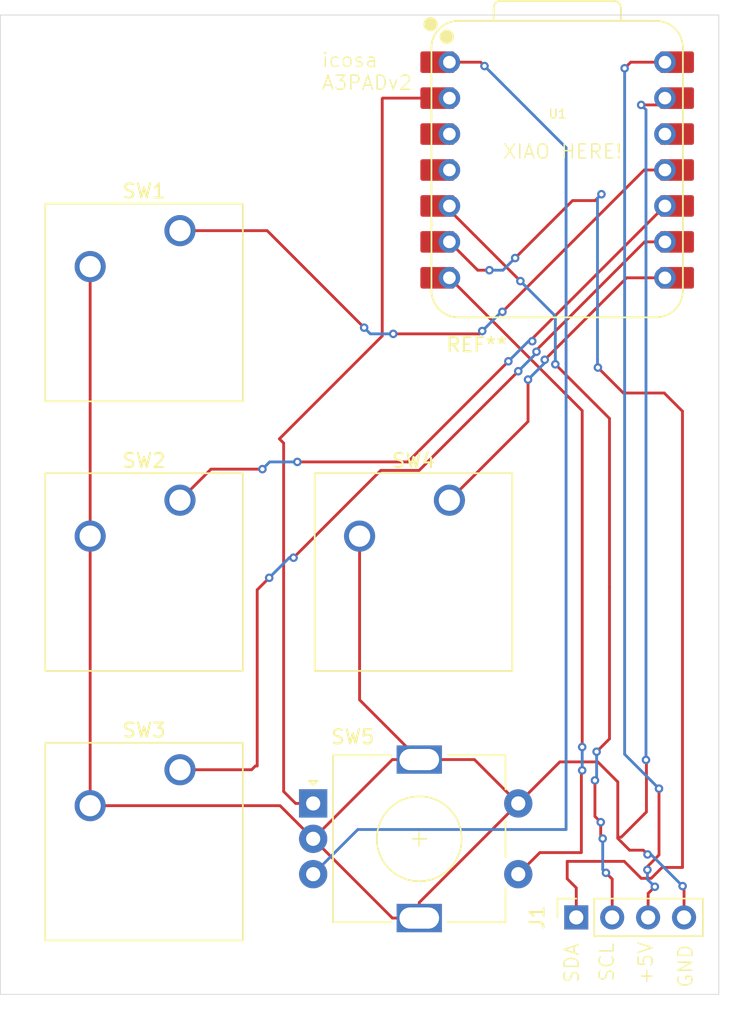
<source format=kicad_pcb>
(kicad_pcb (version 20241229) (generator "pcbnew") (generator_version "9.0")
  (layers (0 "F.Cu" signal) (2 "B.Cu" signal) (13 "F.Paste" user) (15 "B.Paste" user) (5 "F.SilkS" user "F.Silkscreen") (7 "B.SilkS" user "B.Silkscreen") (1 "F.Mask" user) (3 "B.Mask" user) (25 "Edge.Cuts" user))
  (net 0 "")
  (net 1 "GND")
  (net 2 "Net-(J1-Pin_1)")
  (net 3 "Net-(J1-Pin_2)")
  (net 4 "+5V")
  (net 5 "Net-(U1-GPIO3{slash}MOSI)")
  (net 6 "Net-(U1-GPIO4{slash}MISO)")
  (net 7 "Net-(U1-GPIO2{slash}SCK)")
  (net 8 "Net-(U1-GPIO1{slash}RX)")
  (net 9 "Net-(U1-GPIO27{slash}ADC1{slash}A1)")
  (net 10 "Net-(U1-GPIO0{slash}TX)")
  (net 11 "Net-(U1-GPIO26{slash}ADC0{slash}A0)")
  (footprint "Connector_PinSocket_2.54mm:PinSocket_1x04_P2.54mm_Vertical" (layer "F.Cu") (at 142.32 96.16 90)
    (property "Reference" "J1" (at 0 -2.77 90) (layer "F.SilkS"))
    (property "Value" "Conn_01x04_Socket")
    (fp_line (start 1.33 -1.33) (end 1.33 0) (stroke (width 0.12)) (layer "F.SilkS"))
    (fp_line (start 0 -1.33) (end 1.33 -1.33) (stroke (width 0.12)) (layer "F.SilkS"))
    (fp_line (start 1.33 1.27) (end 1.33 8.95) (stroke (width 0.12)) (layer "F.SilkS"))
    (fp_line (start -1.33 1.27) (end 1.33 1.27) (stroke (width 0.12)) (layer "F.SilkS"))
    (fp_line (start -1.33 1.27) (end -1.33 8.95) (stroke (width 0.12)) (layer "F.SilkS"))
    (fp_line (start -1.33 8.95) (end 1.33 8.95) (stroke (width 0.12)) (layer "F.SilkS"))
    (pad "1" thru_hole rect (at 0 0 90) (size 1.7 1.7) (drill 1) (layers "*.Cu" "*.Mask") (net 2 "Net-(J1-Pin_1)"))
    (pad "2" thru_hole circle (at 0 2.54 90) (size 1.7 1.7) (drill 1) (layers "*.Cu" "*.Mask") (net 3 "Net-(J1-Pin_2)"))
    (pad "3" thru_hole circle (at 0 5.08 90) (size 1.7 1.7) (drill 1) (layers "*.Cu" "*.Mask") (net 4 "+5V"))
    (pad "4" thru_hole circle (at 0 7.62 90) (size 1.7 1.7) (drill 1) (layers "*.Cu" "*.Mask") (net 1 "GND"))
  )
  (footprint "Button_Switch_Keyboard:SW_Cherry_MX_1.00u_PCB" (layer "F.Cu") (at 114.3 66.675)
    (property "Reference" "SW2" (at -2.54 -2.794 0) (layer "F.SilkS"))
    (property "Value" "SW_Push")
    (fp_line (start -9.525 -1.905) (end 4.445 -1.905) (stroke (width 0.12)) (layer "F.SilkS"))
    (fp_line (start -9.525 12.065) (end -9.525 -1.905) (stroke (width 0.12)) (layer "F.SilkS"))
    (fp_line (start 4.445 -1.905) (end 4.445 12.065) (stroke (width 0.12)) (layer "F.SilkS"))
    (fp_line (start 4.445 12.065) (end -9.525 12.065) (stroke (width 0.12)) (layer "F.SilkS"))
    (pad "" np_thru_hole circle (at -7.62 5.08) (size 1.7 1.7) (drill 1.7) (layers "*.Cu" "*.Mask"))
    (pad "" np_thru_hole circle (at -2.54 5.08) (size 4 4) (drill 4) (layers "*.Cu" "*.Mask"))
    (pad "" np_thru_hole circle (at 2.54 5.08) (size 1.7 1.7) (drill 1.7) (layers "*.Cu" "*.Mask"))
    (pad "1" thru_hole circle (at 0 0) (size 2.2 2.2) (drill 1.5) (layers "*.Cu" "*.Mask") (net 6 "Net-(U1-GPIO4{slash}MISO)"))
    (pad "2" thru_hole circle (at -6.35 2.54) (size 2.2 2.2) (drill 1.5) (layers "*.Cu" "*.Mask") (net 1 "GND"))
  )
  (footprint "Button_Switch_Keyboard:SW_Cherry_MX_1.00u_PCB" (layer "F.Cu") (at 114.3 47.625)
    (property "Reference" "SW1" (at -2.54 -2.794 0) (layer "F.SilkS"))
    (property "Value" "SW_Push")
    (fp_line (start -9.525 -1.905) (end 4.445 -1.905) (stroke (width 0.12)) (layer "F.SilkS"))
    (fp_line (start -9.525 12.065) (end -9.525 -1.905) (stroke (width 0.12)) (layer "F.SilkS"))
    (fp_line (start 4.445 -1.905) (end 4.445 12.065) (stroke (width 0.12)) (layer "F.SilkS"))
    (fp_line (start 4.445 12.065) (end -9.525 12.065) (stroke (width 0.12)) (layer "F.SilkS"))
    (pad "" np_thru_hole circle (at -7.62 5.08) (size 1.7 1.7) (drill 1.7) (layers "*.Cu" "*.Mask"))
    (pad "" np_thru_hole circle (at -2.54 5.08) (size 4 4) (drill 4) (layers "*.Cu" "*.Mask"))
    (pad "" np_thru_hole circle (at 2.54 5.08) (size 1.7 1.7) (drill 1.7) (layers "*.Cu" "*.Mask"))
    (pad "1" thru_hole circle (at 0 0) (size 2.2 2.2) (drill 1.5) (layers "*.Cu" "*.Mask") (net 5 "Net-(U1-GPIO3{slash}MOSI)"))
    (pad "2" thru_hole circle (at -6.35 2.54) (size 2.2 2.2) (drill 1.5) (layers "*.Cu" "*.Mask") (net 1 "GND"))
  )
  (footprint "xiao:XIAO-RP2040-DIP" (layer "F.Cu") (at 140.97 43.33875)
    (property "Reference" "U1" (at 0.03 -3.96875 0) (layer "F.SilkS") (effects (font (size 0.635 0.635) (thickness 0.1016))))
    (property "Value" "XIAO-RP2040-DIP")
    (fp_line (start -8.89 8.509) (end -8.89 -8.636) (stroke (width 0.127)) (layer "F.SilkS"))
    (fp_line (start -6.985 10.414) (end 6.985 10.414) (stroke (width 0.127)) (layer "F.SilkS"))
    (fp_line (start -4.495 -10.541) (end -4.491272 -11.451272) (stroke (width 0.127)) (layer "F.SilkS"))
    (fp_line (start -3.991272 -11.951) (end 4.004 -11.951) (stroke (width 0.127)) (layer "F.SilkS"))
    (fp_line (start 4.504 -11.451) (end 4.504 -10.541) (stroke (width 0.127)) (layer "F.SilkS"))
    (fp_line (start 6.985 -10.541) (end -6.985 -10.541) (stroke (width 0.1)) (layer "F.SilkS"))
    (fp_line (start 6.985 -10.541) (end -6.985 -10.541) (stroke (width 0.127)) (layer "F.SilkS"))
    (fp_line (start 8.89 8.509) (end 8.89 -8.636) (stroke (width 0.127)) (layer "F.SilkS"))
    (fp_arc (start -8.89 -8.636) (mid -8.332038 -9.983038) (end -6.985 -10.541) (stroke (width 0.127)) (layer "F.SilkS"))
    (fp_arc (start -6.985 10.414) (mid -8.332038 9.856038) (end -8.89 8.509) (stroke (width 0.127)) (layer "F.SilkS"))
    (fp_arc (start -4.491272 -11.451272) (mid -4.344728 -11.80464) (end -3.991272 -11.951) (stroke (width 0.127)) (layer "F.SilkS"))
    (fp_arc (start 4.004 -11.951) (mid 4.357553 -11.804553) (end 4.504 -11.451) (stroke (width 0.127)) (layer "F.SilkS"))
    (fp_arc (start 6.985 -10.541) (mid 8.332038 -9.983038) (end 8.89 -8.636) (stroke (width 0.127)) (layer "F.SilkS"))
    (fp_arc (start 8.89 8.509) (mid 8.332038 9.856038) (end 6.985 10.414) (stroke (width 0.127)) (layer "F.SilkS"))
    (fp_circle (center -8.95 -10.3) (end -8.95 -10.554) (stroke (width 0.5)) (fill yes) (layer "F.SilkS"))
    (fp_circle (center -7.807 -9.42) (end -7.807 -9.674) (stroke (width 0.5)) (fill yes) (layer "F.SilkS"))
    (pad "1" smd roundrect (at -8.455 -7.62 180) (size 2.432 1.524) (layers "F.Cu" "F.Mask") (roundrect_rratio 0.1) (net 11 "Net-(U1-GPIO26{slash}ADC0{slash}A0)"))
    (pad "1" thru_hole circle (at -7.62 -7.62 180) (size 1.524 1.524) (drill 0.889) (layers "*.Cu" "*.Mask") (net 11 "Net-(U1-GPIO26{slash}ADC0{slash}A0)"))
    (pad "2" smd roundrect (at -8.455 -5.08 180) (size 2.432 1.524) (layers "F.Cu" "F.Mask") (roundrect_rratio 0.1) (net 9 "Net-(U1-GPIO27{slash}ADC1{slash}A1)"))
    (pad "2" thru_hole circle (at -7.62 -5.08 180) (size 1.524 1.524) (drill 0.889) (layers "*.Cu" "*.Mask") (net 9 "Net-(U1-GPIO27{slash}ADC1{slash}A1)"))
    (pad "3" smd roundrect (at -8.455 -2.54 180) (size 2.432 1.524) (layers "F.Cu" "F.Mask") (roundrect_rratio 0.1))
    (pad "3" thru_hole circle (at -7.62 -2.54 180) (size 1.524 1.524) (drill 0.889) (layers "*.Cu" "*.Mask"))
    (pad "4" smd roundrect (at -8.455 0 180) (size 2.432 1.524) (layers "F.Cu" "F.Mask") (roundrect_rratio 0.1))
    (pad "4" thru_hole circle (at -7.62 0 180) (size 1.524 1.524) (drill 0.889) (layers "*.Cu" "*.Mask"))
    (pad "5" smd roundrect (at -8.455 2.54 180) (size 2.432 1.524) (layers "F.Cu" "F.Mask") (roundrect_rratio 0.1) (net 3 "Net-(J1-Pin_2)"))
    (pad "5" thru_hole circle (at -7.62 2.54 180) (size 1.524 1.524) (drill 0.889) (layers "*.Cu" "*.Mask") (net 3 "Net-(J1-Pin_2)"))
    (pad "6" smd roundrect (at -8.455 5.08 180) (size 2.432 1.524) (layers "F.Cu" "F.Mask") (roundrect_rratio 0.1) (net 2 "Net-(J1-Pin_1)"))
    (pad "6" thru_hole circle (at -7.62 5.08 180) (size 1.524 1.524) (drill 0.889) (layers "*.Cu" "*.Mask") (net 2 "Net-(J1-Pin_1)"))
    (pad "7" smd roundrect (at -8.455 7.62 180) (size 2.432 1.524) (layers "F.Cu" "F.Mask") (roundrect_rratio 0.1) (net 10 "Net-(U1-GPIO0{slash}TX)"))
    (pad "7" thru_hole circle (at -7.62 7.62 180) (size 1.524 1.524) (drill 0.889) (layers "*.Cu" "*.Mask") (net 10 "Net-(U1-GPIO0{slash}TX)"))
    (pad "8" thru_hole circle (at 7.62 7.62) (size 1.524 1.524) (drill 0.889) (layers "*.Cu" "*.Mask") (net 8 "Net-(U1-GPIO1{slash}RX)"))
    (pad "8" smd roundrect (at 8.455 7.62) (size 2.432 1.524) (layers "F.Cu" "F.Mask") (roundrect_rratio 0.1) (net 8 "Net-(U1-GPIO1{slash}RX)"))
    (pad "9" thru_hole circle (at 7.62 5.08) (size 1.524 1.524) (drill 0.889) (layers "*.Cu" "*.Mask") (net 7 "Net-(U1-GPIO2{slash}SCK)"))
    (pad "9" smd roundrect (at 8.455 5.08) (size 2.432 1.524) (layers "F.Cu" "F.Mask") (roundrect_rratio 0.1) (net 7 "Net-(U1-GPIO2{slash}SCK)"))
    (pad "10" thru_hole circle (at 7.62 2.54) (size 1.524 1.524) (drill 0.889) (layers "*.Cu" "*.Mask") (net 6 "Net-(U1-GPIO4{slash}MISO)"))
    (pad "10" smd roundrect (at 8.455 2.54) (size 2.432 1.524) (layers "F.Cu" "F.Mask") (roundrect_rratio 0.1) (net 6 "Net-(U1-GPIO4{slash}MISO)"))
    (pad "11" thru_hole circle (at 7.62 0) (size 1.524 1.524) (drill 0.889) (layers "*.Cu" "*.Mask") (net 5 "Net-(U1-GPIO3{slash}MOSI)"))
    (pad "11" smd roundrect (at 8.455 0) (size 2.432 1.524) (layers "F.Cu" "F.Mask") (roundrect_rratio 0.1) (net 5 "Net-(U1-GPIO3{slash}MOSI)"))
    (pad "12" thru_hole circle (at 7.62 -2.54) (size 1.524 1.524) (drill 0.889) (layers "*.Cu" "*.Mask"))
    (pad "12" smd roundrect (at 8.455 -2.54) (size 2.432 1.524) (layers "F.Cu" "F.Mask") (roundrect_rratio 0.1))
    (pad "13" thru_hole circle (at 7.62 -5.08) (size 1.524 1.524) (drill 0.889) (layers "*.Cu" "*.Mask") (net 1 "GND"))
    (pad "13" smd roundrect (at 8.455 -5.08) (size 2.432 1.524) (layers "F.Cu" "F.Mask") (roundrect_rratio 0.1) (net 1 "GND"))
    (pad "14" thru_hole circle (at 7.62 -7.62) (size 1.524 1.524) (drill 0.889) (layers "*.Cu" "*.Mask") (net 4 "+5V"))
    (pad "14" smd roundrect (at 8.455 -7.62) (size 2.432 1.524) (layers "F.Cu" "F.Mask") (roundrect_rratio 0.1) (net 4 "+5V"))
  )
  (footprint "Rotary_Encoder:RotaryEncoder_Alps_EC11E-Switch_Vertical_H20mm" (layer "F.Cu") (at 123.71875 88.10625)
    (property "Reference" "SW5" (at 2.8 -4.7 0) (layer "F.SilkS"))
    (property "Value" "RotaryEncoder_Switch_MP")
    (fp_line (start -0.3 -1.6) (end 0.3 -1.6) (stroke (width 0.12)) (layer "F.SilkS"))
    (fp_line (start 0 -1.3) (end -0.3 -1.6) (stroke (width 0.12)) (layer "F.SilkS"))
    (fp_line (start 0.3 -1.6) (end 0 -1.3) (stroke (width 0.12)) (layer "F.SilkS"))
    (fp_line (start 1.4 -3.4) (end 1.4 8.4) (stroke (width 0.12)) (layer "F.SilkS"))
    (fp_line (start 5.5 -3.4) (end 1.4 -3.4) (stroke (width 0.12)) (layer "F.SilkS"))
    (fp_line (start 5.5 8.4) (end 1.4 8.4) (stroke (width 0.12)) (layer "F.SilkS"))
    (fp_line (start 7 2.5) (end 8 2.5) (stroke (width 0.12)) (layer "F.SilkS"))
    (fp_line (start 7.5 2) (end 7.5 3) (stroke (width 0.12)) (layer "F.SilkS"))
    (fp_line (start 9.5 -3.4) (end 13.6 -3.4) (stroke (width 0.12)) (layer "F.SilkS"))
    (fp_line (start 13.6 -3.4) (end 13.6 -1) (stroke (width 0.12)) (layer "F.SilkS"))
    (fp_line (start 13.6 1.2) (end 13.6 3.8) (stroke (width 0.12)) (layer "F.SilkS"))
    (fp_line (start 13.6 6) (end 13.6 8.4) (stroke (width 0.12)) (layer "F.SilkS"))
    (fp_line (start 13.6 8.4) (end 9.5 8.4) (stroke (width 0.12)) (layer "F.SilkS"))
    (fp_circle (center 7.5 2.5) (end 10.5 2.5) (stroke (width 0.12)) (fill no) (layer "F.SilkS"))
    (pad "A" thru_hole rect (at 0 0) (size 2 2) (drill 1) (layers "*.Cu" "*.Mask") (net 9 "Net-(U1-GPIO27{slash}ADC1{slash}A1)"))
    (pad "B" thru_hole circle (at 0 5) (size 2 2) (drill 1) (layers "*.Cu" "*.Mask") (net 11 "Net-(U1-GPIO26{slash}ADC0{slash}A0)"))
    (pad "C" thru_hole circle (at 0 2.5) (size 2 2) (drill 1) (layers "*.Cu" "*.Mask") (net 1 "GND"))
    (pad "MP" thru_hole rect (at 7.5 -3.1) (size 3.2 2) (drill oval 2.8 1.5) (layers "*.Cu" "*.Mask") (net 1 "GND"))
    (pad "MP" thru_hole rect (at 7.5 8.1) (size 3.2 2) (drill oval 2.8 1.5) (layers "*.Cu" "*.Mask") (net 1 "GND"))
    (pad "S1" thru_hole circle (at 14.5 5) (size 2 2) (drill 1) (layers "*.Cu" "*.Mask") (net 10 "Net-(U1-GPIO0{slash}TX)"))
    (pad "S2" thru_hole circle (at 14.5 0) (size 2 2) (drill 1) (layers "*.Cu" "*.Mask") (net 1 "GND"))
  )
  (footprint "Button_Switch_Keyboard:SW_Cherry_MX_1.00u_PCB" (layer "F.Cu") (at 114.3 85.725)
    (property "Reference" "SW3" (at -2.54 -2.794 0) (layer "F.SilkS"))
    (property "Value" "SW_Push")
    (fp_line (start -9.525 -1.905) (end 4.445 -1.905) (stroke (width 0.12)) (layer "F.SilkS"))
    (fp_line (start -9.525 12.065) (end -9.525 -1.905) (stroke (width 0.12)) (layer "F.SilkS"))
    (fp_line (start 4.445 -1.905) (end 4.445 12.065) (stroke (width 0.12)) (layer "F.SilkS"))
    (fp_line (start 4.445 12.065) (end -9.525 12.065) (stroke (width 0.12)) (layer "F.SilkS"))
    (pad "" np_thru_hole circle (at -7.62 5.08) (size 1.7 1.7) (drill 1.7) (layers "*.Cu" "*.Mask"))
    (pad "" np_thru_hole circle (at -2.54 5.08) (size 4 4) (drill 4) (layers "*.Cu" "*.Mask"))
    (pad "" np_thru_hole circle (at 2.54 5.08) (size 1.7 1.7) (drill 1.7) (layers "*.Cu" "*.Mask"))
    (pad "1" thru_hole circle (at 0 0) (size 2.2 2.2) (drill 1.5) (layers "*.Cu" "*.Mask") (net 7 "Net-(U1-GPIO2{slash}SCK)"))
    (pad "2" thru_hole circle (at -6.35 2.54) (size 2.2 2.2) (drill 1.5) (layers "*.Cu" "*.Mask") (net 1 "GND"))
  )
  (footprint "Button_Switch_Keyboard:SW_Cherry_MX_1.00u_PCB" (layer "F.Cu") (at 133.35 66.675)
    (property "Reference" "SW4" (at -2.54 -2.794 0) (layer "F.SilkS"))
    (property "Value" "SW_Push")
    (fp_line (start -9.525 -1.905) (end 4.445 -1.905) (stroke (width 0.12)) (layer "F.SilkS"))
    (fp_line (start -9.525 12.065) (end -9.525 -1.905) (stroke (width 0.12)) (layer "F.SilkS"))
    (fp_line (start 4.445 -1.905) (end 4.445 12.065) (stroke (width 0.12)) (layer "F.SilkS"))
    (fp_line (start 4.445 12.065) (end -9.525 12.065) (stroke (width 0.12)) (layer "F.SilkS"))
    (pad "" np_thru_hole circle (at -7.62 5.08) (size 1.7 1.7) (drill 1.7) (layers "*.Cu" "*.Mask"))
    (pad "" np_thru_hole circle (at -2.54 5.08) (size 4 4) (drill 4) (layers "*.Cu" "*.Mask"))
    (pad "" np_thru_hole circle (at 2.54 5.08) (size 1.7 1.7) (drill 1.7) (layers "*.Cu" "*.Mask"))
    (pad "1" thru_hole circle (at 0 0) (size 2.2 2.2) (drill 1.5) (layers "*.Cu" "*.Mask") (net 8 "Net-(U1-GPIO1{slash}RX)"))
    (pad "2" thru_hole circle (at -6.35 2.54) (size 2.2 2.2) (drill 1.5) (layers "*.Cu" "*.Mask") (net 1 "GND"))
  )
  (footprint "MountingHole:MountingHole_3.2mm_M3" (layer "F.Cu") (at 130.38 58.65)
    (property "Reference" "REF**" (at 4.9 -2.96 0) (layer "F.SilkS"))
    (property "Value" "MountingHole_3.2mm_M3")
    (pad "" np_thru_hole circle (at 0 0) (size 3.2 3.2) (drill 3.2) (layers "*.Cu" "*.Mask"))
  )
  (gr_rect (start 101.6 32.385) (end 152.4 101.6) (stroke (width 0.05)) (fill no) (layer "Edge.Cuts"))
  (gr_text "XIAO HERE!" (at 137.07 42.62 0) (layer "F.SilkS") (effects (font (size 1 1) (thickness 0.1)) (justify left bottom)))
  (gr_text "SCL" (at 145.06 100.78 90) (layer "F.SilkS") (effects (font (size 1 1) (thickness 0.1)) (justify left bottom)))
  (gr_text "+5V" (at 147.81 100.99 90) (layer "F.SilkS") (effects (font (size 1 1) (thickness 0.1)) (justify left bottom)))
  (gr_text "icosa\nA3PADv2" (at 124.27 37.76 0) (layer "F.SilkS") (effects (font (size 1 1) (thickness 0.1)) (justify left bottom)))
  (gr_text "SDA" (at 142.58 100.88 90) (layer "F.SilkS") (effects (font (size 1 1) (thickness 0.1)) (justify left bottom)))
  (gr_text "GND" (at 150.63 101.2 90) (layer "F.SilkS") (effects (font (size 1 1) (thickness 0.1)) (justify left bottom)))
  (segment (start 148.59 38.25875) (end 149.425 38.25875) (width 0.2) (layer "F.Cu") (net 1))
  (segment (start 135.11875 85.00625) (end 131.21875 85.00625) (width 0.2) (layer "F.Cu") (net 1))
  (segment (start 123.71875 90.60625) (end 121.3775 88.265) (width 0.2) (layer "F.Cu") (net 1))
  (segment (start 146.91 38.74) (end 148.10875 38.74) (width 0.2) (layer "F.Cu") (net 1))
  (segment (start 147.28 88.71) (end 147.28 85.06) (width 0.2) (layer "F.Cu") (net 1))
  (segment (start 145.25625 90.4875) (end 145.5025 90.4875) (width 0.2) (layer "F.Cu") (net 1))
  (segment (start 121.3775 88.265) (end 107.95 88.265) (width 0.2) (layer "F.Cu") (net 1))
  (segment (start 107.95 88.265) (end 107.95 69.215) (width 0.2) (layer "F.Cu") (net 1))
  (segment (start 145.25625 90.57625) (end 146.09 91.41) (width 0.2) (layer "F.Cu") (net 1))
  (segment (start 143.84 85.17) (end 141.155 85.17) (width 0.2) (layer "F.Cu") (net 1))
  (segment (start 141.155 85.17) (end 138.21875 88.10625) (width 0.2) (layer "F.Cu") (net 1))
  (segment (start 145.25625 86.58625) (end 143.84 85.17) (width 0.2) (layer "F.Cu") (net 1))
  (segment (start 138.21875 88.10625) (end 131.21875 95.10625) (width 0.2) (layer "F.Cu") (net 1))
  (segment (start 148.10875 38.74) (end 148.59 38.25875) (width 0.2) (layer "F.Cu") (net 1))
  (segment (start 129.31875 96.20625) (end 123.71875 90.60625) (width 0.2) (layer "F.Cu") (net 1))
  (segment (start 127 69.215) (end 127 80.7875) (width 0.2) (layer "F.Cu") (net 1))
  (segment (start 145.25625 90.4875) (end 145.25625 86.58625) (width 0.2) (layer "F.Cu") (net 1))
  (segment (start 149.94 94.05) (end 149.94 96.16) (width 0.2) (layer "F.Cu") (net 1))
  (segment (start 131.21875 85.00625) (end 129.31875 85.00625) (width 0.2) (layer "F.Cu") (net 1))
  (segment (start 147.06 91.41) (end 147.36 91.71) (width 0.2) (layer "F.Cu") (net 1))
  (segment (start 127 80.7875) (end 131.21875 85.00625) (width 0.2) (layer "F.Cu") (net 1))
  (segment (start 131.21875 96.20625) (end 129.31875 96.20625) (width 0.2) (layer "F.Cu") (net 1))
  (segment (start 147.14 88.85) (end 147.28 88.71) (width 0.2) (layer "F.Cu") (net 1))
  (segment (start 145.25625 90.4875) (end 145.25625 90.57625) (width 0.2) (layer "F.Cu") (net 1))
  (segment (start 147.28 85.06) (end 147.25 85.03) (width 0.2) (layer "F.Cu") (net 1))
  (segment (start 146.09 91.41) (end 147.06 91.41) (width 0.2) (layer "F.Cu") (net 1))
  (segment (start 131.21875 95.10625) (end 131.21875 96.20625) (width 0.2) (layer "F.Cu") (net 1))
  (segment (start 107.95 69.215) (end 107.95 50.165) (width 0.2) (layer "F.Cu") (net 1))
  (segment (start 149.84 93.95) (end 149.94 94.05) (width 0.2) (layer "F.Cu") (net 1))
  (segment (start 129.31875 85.00625) (end 123.71875 90.60625) (width 0.2) (layer "F.Cu") (net 1))
  (segment (start 138.21875 88.10625) (end 135.11875 85.00625) (width 0.2) (layer "F.Cu") (net 1))
  (segment (start 145.5025 90.4875) (end 147.14 88.85) (width 0.2) (layer "F.Cu") (net 1))
  (via (at 146.91 38.74) (size 0.6) (drill 0.3) (layers "F.Cu" "B.Cu") (net 1))
  (via (at 147.36 91.71) (size 0.6) (drill 0.3) (layers "F.Cu" "B.Cu") (net 1))
  (via (at 147.25 85.03) (size 0.6) (drill 0.3) (layers "F.Cu" "B.Cu") (net 1))
  (via (at 149.84 93.95) (size 0.6) (drill 0.3) (layers "F.Cu" "B.Cu") (net 1))
  (segment (start 147.36 91.71) (end 147.6 91.71) (width 0.2) (layer "B.Cu") (net 1))
  (segment (start 147.6 91.71) (end 149.84 93.95) (width 0.2) (layer "B.Cu") (net 1))
  (segment (start 147.25 39.08) (end 146.91 38.74) (width 0.2) (layer "B.Cu") (net 1))
  (segment (start 147.25 85.03) (end 147.25 39.08) (width 0.2) (layer "B.Cu") (net 1))
  (segment (start 148.39 92.63) (end 147.619 93.401) (width 0.2) (layer "F.Cu") (net 2))
  (segment (start 148.54 59.1) (end 149.83 60.39) (width 0.2) (layer "F.Cu") (net 2))
  (segment (start 145.71 92.2) (end 141.68 92.2) (width 0.2) (layer "F.Cu") (net 2))
  (segment (start 149.83 92.63) (end 148.39 92.63) (width 0.2) (layer "F.Cu") (net 2))
  (segment (start 143.85 57.3) (end 145.65 59.1) (width 0.2) (layer "F.Cu") (net 2))
  (segment (start 141.68 92.2) (end 141.68 93.43) (width 0.2) (layer "F.Cu") (net 2))
  (segment (start 133.35 48.41875) (end 135.35125 50.42) (width 0.2) (layer "F.Cu") (net 2))
  (segment (start 142.06 45.5) (end 143.35 45.5) (width 0.2) (layer "F.Cu") (net 2))
  (segment (start 147.619 93.401) (end 146.911 93.401) (width 0.2) (layer "F.Cu") (net 2))
  (segment (start 143.65 45.5) (end 144.1 45.05) (width 0.2) (layer "F.Cu") (net 2))
  (segment (start 141.68 93.43) (end 142.32 94.07) (width 0.2) (layer "F.Cu") (net 2))
  (segment (start 149.83 60.39) (end 149.83 92.63) (width 0.2) (layer "F.Cu") (net 2))
  (segment (start 146.911 93.401) (end 145.71 92.2) (width 0.2) (layer "F.Cu") (net 2))
  (segment (start 138 49.56) (end 142.06 45.5) (width 0.2) (layer "F.Cu") (net 2))
  (segment (start 135.35125 50.42) (end 136.18 50.42) (width 0.2) (layer "F.Cu") (net 2))
  (segment (start 143.35 45.5) (end 143.65 45.5) (width 0.2) (layer "F.Cu") (net 2))
  (segment (start 142.32 94.07) (end 142.32 96.16) (width 0.2) (layer "F.Cu") (net 2))
  (segment (start 145.65 59.1) (end 148.54 59.1) (width 0.2) (layer "F.Cu") (net 2))
  (via (at 143.85 57.3) (size 0.6) (drill 0.3) (layers "F.Cu" "B.Cu") (net 2))
  (via (at 144.1 45.05) (size 0.6) (drill 0.3) (layers "F.Cu" "B.Cu") (net 2))
  (via (at 138 49.56) (size 0.6) (drill 0.3) (layers "F.Cu" "B.Cu") (net 2))
  (via (at 136.18 50.42) (size 0.6) (drill 0.3) (layers "F.Cu" "B.Cu") (net 2))
  (segment (start 136.18 50.42) (end 137.14 50.42) (width 0.2) (layer "B.Cu") (net 2))
  (segment (start 137.14 50.42) (end 138 49.56) (width 0.2) (layer "B.Cu") (net 2))
  (segment (start 143.82 56.73) (end 143.82 57.27) (width 0.2) (layer "B.Cu") (net 2))
  (segment (start 143.82 45.33) (end 143.82 56.73) (width 0.2) (layer "B.Cu") (net 2))
  (segment (start 143.82 57.27) (end 143.85 57.3) (width 0.2) (layer "B.Cu") (net 2))
  (segment (start 144.1 45.05) (end 143.82 45.33) (width 0.2) (layer "B.Cu") (net 2))
  (segment (start 144.05 89.43) (end 144.05 90.45) (width 0.2) (layer "F.Cu") (net 3))
  (segment (start 144.67 72.81) (end 144.67 83.54) (width 0.2) (layer "F.Cu") (net 3))
  (segment (start 143.64 89.02) (end 144.05 89.43) (width 0.2) (layer "F.Cu") (net 3))
  (segment (start 144.67 60.9) (end 144.67 72.81) (width 0.2) (layer "F.Cu") (net 3))
  (segment (start 144.05 90.45) (end 144.19 90.59) (width 0.2) (layer "F.Cu") (net 3))
  (segment (start 140.84 57.07) (end 144.67 60.9) (width 0.2) (layer "F.Cu") (net 3))
  (segment (start 144.86 93.45) (end 144.86 96.16) (width 0.2) (layer "F.Cu") (net 3))
  (segment (start 143.64 86.48) (end 143.64 89.02) (width 0.2) (layer "F.Cu") (net 3))
  (segment (start 144.67 83.54) (end 143.76 84.45) (width 0.2) (layer "F.Cu") (net 3))
  (segment (start 133.35 45.87875) (end 133.35 46.17) (width 0.2) (layer "F.Cu") (net 3))
  (segment (start 133.35 46.17) (end 138.37 51.19) (width 0.2) (layer "F.Cu") (net 3))
  (segment (start 144.42 93.01) (end 144.86 93.45) (width 0.2) (layer "F.Cu") (net 3))
  (via (at 144.19 90.59) (size 0.6) (drill 0.3) (layers "F.Cu" "B.Cu") (net 3))
  (via (at 138.37 51.19) (size 0.6) (drill 0.3) (layers "F.Cu" "B.Cu") (net 3))
  (via (at 144.05 89.43) (size 0.6) (drill 0.3) (layers "F.Cu" "B.Cu") (net 3))
  (via (at 143.64 86.48) (size 0.6) (drill 0.3) (layers "F.Cu" "B.Cu") (net 3))
  (via (at 140.84 57.07) (size 0.6) (drill 0.3) (layers "F.Cu" "B.Cu") (net 3))
  (via (at 143.76 84.45) (size 0.6) (drill 0.3) (layers "F.Cu" "B.Cu") (net 3))
  (via (at 144.42 93.01) (size 0.6) (drill 0.3) (layers "F.Cu" "B.Cu") (net 3))
  (segment (start 144.19 92.78) (end 144.42 93.01) (width 0.2) (layer "B.Cu") (net 3))
  (segment (start 143.76 86.36) (end 143.64 86.48) (width 0.2) (layer "B.Cu") (net 3))
  (segment (start 143.76 84.45) (end 143.76 86.36) (width 0.2) (layer "B.Cu") (net 3))
  (segment (start 138.37 51.19) (end 140.84 53.66) (width 0.2) (layer "B.Cu") (net 3))
  (segment (start 144.19 90.59) (end 144.19 92.78) (width 0.2) (layer "B.Cu") (net 3))
  (segment (start 140.84 53.66) (end 140.84 57.07) (width 0.2) (layer "B.Cu") (net 3))
  (segment (start 147.35 92.57) (end 147.35 92.8) (width 0.2) (layer "F.Cu") (net 4))
  (segment (start 146.17125 35.71875) (end 145.74 36.15) (width 0.2) (layer "F.Cu") (net 4))
  (segment (start 147.4 94.46853) (end 147.4 96.16) (width 0.2) (layer "F.Cu") (net 4))
  (segment (start 148.59 35.71875) (end 146.17125 35.71875) (width 0.2) (layer "F.Cu") (net 4))
  (segment (start 147.874265 93.994265) (end 147.4 94.46853) (width 0.2) (layer "F.Cu") (net 4))
  (segment (start 148.59 35.71875) (end 149.425 35.71875) (width 0.2) (layer "F.Cu") (net 4))
  (segment (start 148.17 87.06) (end 148.17 91.75) (width 0.2) (layer "F.Cu") (net 4))
  (segment (start 148.17 91.75) (end 147.35 92.57) (width 0.2) (layer "F.Cu") (net 4))
  (via (at 145.74 36.15) (size 0.6) (drill 0.3) (layers "F.Cu" "B.Cu") (net 4))
  (via (at 148.17 87.06) (size 0.6) (drill 0.3) (layers "F.Cu" "B.Cu") (net 4))
  (via (at 147.35 92.8) (size 0.6) (drill 0.3) (layers "F.Cu" "B.Cu") (net 4))
  (via (at 147.874265 93.994265) (size 0.6) (drill 0.3) (layers "F.Cu" "B.Cu") (net 4))
  (segment (start 145.74 84.63) (end 148.17 87.06) (width 0.2) (layer "B.Cu") (net 4))
  (segment (start 147.35 92.8) (end 147.35 93.47) (width 0.2) (layer "B.Cu") (net 4))
  (segment (start 147.35 93.47) (end 147.874265 93.994265) (width 0.2) (layer "B.Cu") (net 4))
  (segment (start 145.74 36.15) (end 145.74 84.63) (width 0.2) (layer "B.Cu") (net 4))
  (segment (start 120.465 47.625) (end 114.3 47.625) (width 0.2) (layer "F.Cu") (net 5))
  (segment (start 148.59 43.33875) (end 149.425 43.33875) (width 0.2) (layer "F.Cu") (net 5))
  (segment (start 148.59 43.33875) (end 147.12125 43.33875) (width 0.2) (layer "F.Cu") (net 5))
  (segment (start 147.12125 43.33875) (end 137.1 53.36) (width 0.2) (layer "F.Cu") (net 5))
  (segment (start 135.67 54.72) (end 135.47 54.92) (width 0.2) (layer "F.Cu") (net 5))
  (segment (start 127.32 54.48) (end 120.465 47.625) (width 0.2) (layer "F.Cu") (net 5))
  (segment (start 135.47 54.92) (end 129.38 54.92) (width 0.2) (layer "F.Cu") (net 5))
  (via (at 127.32 54.48) (size 0.6) (drill 0.3) (layers "F.Cu" "B.Cu") (net 5))
  (via (at 129.38 54.92) (size 0.6) (drill 0.3) (layers "F.Cu" "B.Cu") (net 5))
  (via (at 135.67 54.72) (size 0.6) (drill 0.3) (layers "F.Cu" "B.Cu") (net 5))
  (via (at 137.1 53.36) (size 0.6) (drill 0.3) (layers "F.Cu" "B.Cu") (net 5))
  (segment (start 137.1 53.36) (end 137.03 53.36) (width 0.2) (layer "B.Cu") (net 5))
  (segment (start 129.38 54.92) (end 127.76 54.92) (width 0.2) (layer "B.Cu") (net 5))
  (segment (start 127.76 54.92) (end 127.32 54.48) (width 0.2) (layer "B.Cu") (net 5))
  (segment (start 137.03 53.36) (end 135.67 54.72) (width 0.2) (layer "B.Cu") (net 5))
  (segment (start 148.59 45.87875) (end 149.425 45.87875) (width 0.2) (layer "F.Cu") (net 6))
  (segment (start 137.52 56.86) (end 130.41 63.97) (width 0.2) (layer "F.Cu") (net 6))
  (segment (start 148.59 45.87875) (end 139.21 55.25875) (width 0.2) (layer "F.Cu") (net 6))
  (segment (start 139.21 55.25875) (end 139.21 55.44) (width 0.2) (layer "F.Cu") (net 6))
  (segment (start 130.41 63.97) (end 122.6 63.97) (width 0.2) (layer "F.Cu") (net 6))
  (segment (start 120.13 64.48) (end 116.495 64.48) (width 0.2) (layer "F.Cu") (net 6))
  (segment (start 116.495 64.48) (end 114.3 66.675) (width 0.2) (layer "F.Cu") (net 6))
  (via (at 137.52 56.86) (size 0.6) (drill 0.3) (layers "F.Cu" "B.Cu") (net 6))
  (via (at 139.21 55.44) (size 0.6) (drill 0.3) (layers "F.Cu" "B.Cu") (net 6))
  (via (at 120.13 64.48) (size 0.6) (drill 0.3) (layers "F.Cu" "B.Cu") (net 6))
  (via (at 122.6 63.97) (size 0.6) (drill 0.3) (layers "F.Cu" "B.Cu") (net 6))
  (segment (start 139.21 55.44) (end 138.94 55.44) (width 0.2) (layer "B.Cu") (net 6))
  (segment (start 138.94 55.44) (end 137.52 56.86) (width 0.2) (layer "B.Cu") (net 6))
  (segment (start 122.6 63.97) (end 120.64 63.97) (width 0.2) (layer "B.Cu") (net 6))
  (segment (start 120.64 63.97) (end 120.13 64.48) (width 0.2) (layer "B.Cu") (net 6))
  (segment (start 119.76 85.46) (end 119.63 85.46) (width 0.2) (layer "F.Cu") (net 7))
  (segment (start 148.59 48.41875) (end 149.425 48.41875) (width 0.2) (layer "F.Cu") (net 7))
  (segment (start 119.76 73.01) (end 119.76 85.46) (width 0.2) (layer "F.Cu") (net 7))
  (segment (start 138.22 57.56) (end 131.209 64.571) (width 0.2) (layer "F.Cu") (net 7))
  (segment (start 148.59 48.41875) (end 147.151162 48.41875) (width 0.2) (layer "F.Cu") (net 7))
  (segment (start 119.63 85.46) (end 119.365 85.725) (width 0.2) (layer "F.Cu") (net 7))
  (segment (start 131.209 64.571) (end 128.499 64.571) (width 0.2) (layer "F.Cu") (net 7))
  (segment (start 120.61 72.16) (end 119.76 73.01) (width 0.2) (layer "F.Cu") (net 7))
  (segment (start 119.365 85.725) (end 114.3 85.725) (width 0.2) (layer "F.Cu") (net 7))
  (segment (start 147.151162 48.41875) (end 139.505078 56.064834) (width 0.2) (layer "F.Cu") (net 7))
  (segment (start 139.505078 56.064834) (end 139.505078 56.183595) (width 0.2) (layer "F.Cu") (net 7))
  (segment (start 128.499 64.571) (end 122.33 70.74) (width 0.2) (layer "F.Cu") (net 7))
  (via (at 120.61 72.16) (size 0.6) (drill 0.3) (layers "F.Cu" "B.Cu") (net 7))
  (via (at 139.505078 56.183595) (size 0.6) (drill 0.3) (layers "F.Cu" "B.Cu") (net 7))
  (via (at 122.33 70.74) (size 0.6) (drill 0.3) (layers "F.Cu" "B.Cu") (net 7))
  (via (at 138.22 57.56) (size 0.6) (drill 0.3) (layers "F.Cu" "B.Cu") (net 7))
  (segment (start 122.03 70.74) (end 120.61 72.16) (width 0.2) (layer "B.Cu") (net 7))
  (segment (start 139.505078 56.183595) (end 139.505078 56.274922) (width 0.2) (layer "B.Cu") (net 7))
  (segment (start 139.505078 56.274922) (end 138.22 57.56) (width 0.2) (layer "B.Cu") (net 7))
  (segment (start 122.33 70.74) (end 122.03 70.74) (width 0.2) (layer "B.Cu") (net 7))
  (segment (start 145.88125 50.95875) (end 140.09 56.75) (width 0.2) (layer "F.Cu") (net 8))
  (segment (start 138.91 58.15) (end 138.91 61.115) (width 0.2) (layer "F.Cu") (net 8))
  (segment (start 148.59 50.95875) (end 145.88125 50.95875) (width 0.2) (layer "F.Cu") (net 8))
  (segment (start 138.91 61.115) (end 133.35 66.675) (width 0.2) (layer "F.Cu") (net 8))
  (via (at 138.91 58.15) (size 0.6) (drill 0.3) (layers "F.Cu" "B.Cu") (net 8))
  (via (at 140.09 56.75) (size 0.6) (drill 0.3) (layers "F.Cu" "B.Cu") (net 8))
  (segment (start 140.09 56.75) (end 140.09 56.97) (width 0.2) (layer "B.Cu") (net 8))
  (segment (start 140.09 56.97) (end 138.91 58.15) (width 0.2) (layer "B.Cu") (net 8))
  (segment (start 128.6 38.2975) (end 128.6 55.07) (width 0.2) (layer "F.Cu") (net 9))
  (segment (start 128.63875 38.25875) (end 128.6 38.2975) (width 0.2) (layer "F.Cu") (net 9))
  (segment (start 121.63 87.26) (end 122.47625 88.10625) (width 0.2) (layer "F.Cu") (net 9))
  (segment (start 133.35 38.25875) (end 128.63875 38.25875) (width 0.2) (layer "F.Cu") (net 9))
  (segment (start 128.6 55.07) (end 121.33 62.34) (width 0.2) (layer "F.Cu") (net 9))
  (segment (start 121.33 62.34) (end 121.63 62.64) (width 0.2) (layer "F.Cu") (net 9))
  (segment (start 121.63 62.64) (end 121.63 87.26) (width 0.2) (layer "F.Cu") (net 9))
  (segment (start 122.47625 88.10625) (end 123.71875 88.10625) (width 0.2) (layer "F.Cu") (net 9))
  (segment (start 142.68 91.58) (end 142.68 85.69) (width 0.2) (layer "F.Cu") (net 10))
  (segment (start 142.63 85.64) (end 142.63 85.66) (width 0.2) (layer "F.Cu") (net 10))
  (segment (start 142.63 85.66) (end 142.74 85.77) (width 0.2) (layer "F.Cu") (net 10))
  (segment (start 142.74 60.34875) (end 133.35 50.95875) (width 0.2) (layer "F.Cu") (net 10))
  (segment (start 138.21875 93.10625) (end 139.745 91.58) (width 0.2) (layer "F.Cu") (net 10))
  (segment (start 142.74 84.12) (end 142.74 60.34875) (width 0.2) (layer "F.Cu") (net 10))
  (segment (start 142.68 85.69) (end 142.63 85.64) (width 0.2) (layer "F.Cu") (net 10))
  (segment (start 139.745 91.58) (end 142.68 91.58) (width 0.2) (layer "F.Cu") (net 10))
  (via (at 142.74 85.77) (size 0.6) (drill 0.3) (layers "F.Cu" "B.Cu") (net 10))
  (via (at 142.74 84.12) (size 0.6) (drill 0.3) (layers "F.Cu" "B.Cu") (net 10))
  (segment (start 142.74 85.77) (end 142.74 84.12) (width 0.2) (layer "B.Cu") (net 10))
  (segment (start 135.55875 35.71875) (end 135.83 35.99) (width 0.2) (layer "F.Cu") (net 11))
  (segment (start 133.35 35.71875) (end 135.55875 35.71875) (width 0.2) (layer "F.Cu") (net 11))
  (segment (start 132.515 35.71875) (end 133.35 35.71875) (width 0.2) (layer "F.Cu") (net 11))
  (via (at 135.83 35.99) (size 0.6) (drill 0.3) (layers "F.Cu" "B.Cu") (net 11))
  (segment (start 141.6 41.76) (end 141.6 89.95) (width 0.2) (layer "B.Cu") (net 11))
  (segment (start 141.6 89.95) (end 126.875 89.95) (width 0.2) (layer "B.Cu") (net 11))
  (segment (start 126.875 89.95) (end 123.71875 93.10625) (width 0.2) (layer "B.Cu") (net 11))
  (segment (start 135.83 35.99) (end 141.6 41.76) (width 0.2) (layer "B.Cu") (net 11))
)
</source>
